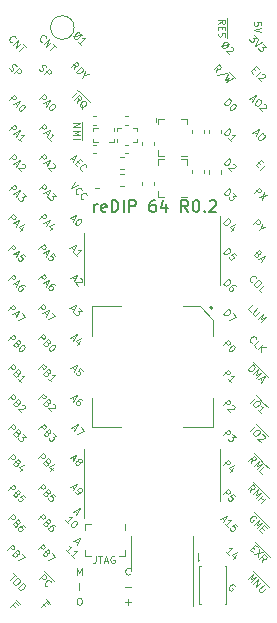
<source format=gbr>
%TF.GenerationSoftware,KiCad,Pcbnew,(5.99.0-10952-g410dbe17de)*%
%TF.CreationDate,2021-06-12T08:48:31+02:00*%
%TF.ProjectId,reDIP-64,72654449-502d-4363-942e-6b696361645f,0.2*%
%TF.SameCoordinates,PX594fc50PY8e9a590*%
%TF.FileFunction,Legend,Top*%
%TF.FilePolarity,Positive*%
%FSLAX46Y46*%
G04 Gerber Fmt 4.6, Leading zero omitted, Abs format (unit mm)*
G04 Created by KiCad (PCBNEW (5.99.0-10952-g410dbe17de)) date 2021-06-12 08:48:31*
%MOMM*%
%LPD*%
G01*
G04 APERTURE LIST*
%ADD10C,0.120000*%
%ADD11C,0.200000*%
G04 APERTURE END LIST*
D10*
X7350000Y49530000D02*
G75*
G03*
X7350000Y49530000I-1000000J0D01*
G01*
X22567055Y48937615D02*
X22829695Y48674975D01*
X22526649Y48654772D01*
X22587258Y48594163D01*
X22607461Y48533554D01*
X22607461Y48493148D01*
X22587258Y48432539D01*
X22486243Y48331523D01*
X22425634Y48311320D01*
X22385228Y48311320D01*
X22324619Y48331523D01*
X22203400Y48452742D01*
X22183197Y48513351D01*
X22183197Y48553757D01*
X22950913Y48553757D02*
X22668071Y47988072D01*
X23233756Y48270914D01*
X23334771Y48169899D02*
X23597411Y47907259D01*
X23294365Y47887056D01*
X23354974Y47826447D01*
X23375177Y47765838D01*
X23375177Y47725432D01*
X23354974Y47664823D01*
X23253959Y47563807D01*
X23193350Y47543604D01*
X23152944Y47543604D01*
X23092335Y47563807D01*
X22971116Y47685026D01*
X22950913Y47745635D01*
X22950913Y47786041D01*
D11*
X9057142Y33907620D02*
X9057142Y34574286D01*
X9057142Y34383810D02*
X9104761Y34479048D01*
X9152380Y34526667D01*
X9247619Y34574286D01*
X9342857Y34574286D01*
X10057142Y33955239D02*
X9961904Y33907620D01*
X9771428Y33907620D01*
X9676190Y33955239D01*
X9628571Y34050477D01*
X9628571Y34431429D01*
X9676190Y34526667D01*
X9771428Y34574286D01*
X9961904Y34574286D01*
X10057142Y34526667D01*
X10104761Y34431429D01*
X10104761Y34336191D01*
X9628571Y34240953D01*
X10533333Y33907620D02*
X10533333Y34907620D01*
X10771428Y34907620D01*
X10914285Y34860000D01*
X11009523Y34764762D01*
X11057142Y34669524D01*
X11104761Y34479048D01*
X11104761Y34336191D01*
X11057142Y34145715D01*
X11009523Y34050477D01*
X10914285Y33955239D01*
X10771428Y33907620D01*
X10533333Y33907620D01*
X11533333Y33907620D02*
X11533333Y34907620D01*
X12009523Y33907620D02*
X12009523Y34907620D01*
X12390476Y34907620D01*
X12485714Y34860000D01*
X12533333Y34812381D01*
X12580952Y34717143D01*
X12580952Y34574286D01*
X12533333Y34479048D01*
X12485714Y34431429D01*
X12390476Y34383810D01*
X12009523Y34383810D01*
X14200000Y34907620D02*
X14009523Y34907620D01*
X13914285Y34860000D01*
X13866666Y34812381D01*
X13771428Y34669524D01*
X13723809Y34479048D01*
X13723809Y34098096D01*
X13771428Y34002858D01*
X13819047Y33955239D01*
X13914285Y33907620D01*
X14104761Y33907620D01*
X14200000Y33955239D01*
X14247619Y34002858D01*
X14295238Y34098096D01*
X14295238Y34336191D01*
X14247619Y34431429D01*
X14200000Y34479048D01*
X14104761Y34526667D01*
X13914285Y34526667D01*
X13819047Y34479048D01*
X13771428Y34431429D01*
X13723809Y34336191D01*
X15152380Y34574286D02*
X15152380Y33907620D01*
X14914285Y34955239D02*
X14676190Y34240953D01*
X15295238Y34240953D01*
X17009523Y33907620D02*
X16676190Y34383810D01*
X16438095Y33907620D02*
X16438095Y34907620D01*
X16819047Y34907620D01*
X16914285Y34860000D01*
X16961904Y34812381D01*
X17009523Y34717143D01*
X17009523Y34574286D01*
X16961904Y34479048D01*
X16914285Y34431429D01*
X16819047Y34383810D01*
X16438095Y34383810D01*
X17628571Y34907620D02*
X17723809Y34907620D01*
X17819047Y34860000D01*
X17866666Y34812381D01*
X17914285Y34717143D01*
X17961904Y34526667D01*
X17961904Y34288572D01*
X17914285Y34098096D01*
X17866666Y34002858D01*
X17819047Y33955239D01*
X17723809Y33907620D01*
X17628571Y33907620D01*
X17533333Y33955239D01*
X17485714Y34002858D01*
X17438095Y34098096D01*
X17390476Y34288572D01*
X17390476Y34526667D01*
X17438095Y34717143D01*
X17485714Y34812381D01*
X17533333Y34860000D01*
X17628571Y34907620D01*
X18390476Y34002858D02*
X18438095Y33955239D01*
X18390476Y33907620D01*
X18342857Y33955239D01*
X18390476Y34002858D01*
X18390476Y33907620D01*
X18819047Y34812381D02*
X18866666Y34860000D01*
X18961904Y34907620D01*
X19200000Y34907620D01*
X19295238Y34860000D01*
X19342857Y34812381D01*
X19390476Y34717143D01*
X19390476Y34621905D01*
X19342857Y34479048D01*
X18771428Y33907620D01*
X19390476Y33907620D01*
D10*
X20983248Y2211016D02*
X20963045Y2271625D01*
X20902436Y2332234D01*
X20821624Y2372640D01*
X20740812Y2372640D01*
X20680203Y2352437D01*
X20579187Y2291828D01*
X20518578Y2231219D01*
X20457969Y2130204D01*
X20437766Y2069594D01*
X20437766Y1988782D01*
X20478172Y1907970D01*
X20518578Y1867564D01*
X20599390Y1827158D01*
X20639796Y1827158D01*
X20781218Y1968579D01*
X20700406Y2049391D01*
X22958375Y38112234D02*
X23099796Y37970813D01*
X22938172Y37687970D02*
X22736142Y37890000D01*
X23160406Y38314265D01*
X23362436Y38112234D01*
X23120000Y37506143D02*
X23544264Y37930407D01*
X22584923Y35551219D02*
X23009187Y35975483D01*
X23170812Y35813858D01*
X23191015Y35753249D01*
X23191015Y35712843D01*
X23170812Y35652234D01*
X23110203Y35591625D01*
X23049593Y35571422D01*
X23009187Y35571422D01*
X22948578Y35591625D01*
X22786954Y35753249D01*
X23393045Y35591625D02*
X23251624Y34884518D01*
X23675888Y35308782D02*
X22968781Y35167361D01*
X19994923Y25291219D02*
X20419187Y25715483D01*
X20520203Y25614468D01*
X20560609Y25533655D01*
X20560609Y25452843D01*
X20540406Y25392234D01*
X20479796Y25291219D01*
X20419187Y25230610D01*
X20318172Y25170000D01*
X20257563Y25149797D01*
X20176751Y25149797D01*
X20095938Y25190204D01*
X19994923Y25291219D01*
X20803045Y25331625D02*
X21085888Y25048782D01*
X20479796Y24806346D01*
X20318000Y50347143D02*
X20318000Y49747143D01*
X19548571Y49861429D02*
X19834285Y50061429D01*
X19548571Y50204286D02*
X20148571Y50204286D01*
X20148571Y49975715D01*
X20120000Y49918572D01*
X20091428Y49890000D01*
X20034285Y49861429D01*
X19948571Y49861429D01*
X19891428Y49890000D01*
X19862857Y49918572D01*
X19834285Y49975715D01*
X19834285Y50204286D01*
X20318000Y49747143D02*
X20318000Y49204286D01*
X19862857Y49604286D02*
X19862857Y49404286D01*
X19548571Y49318572D02*
X19548571Y49604286D01*
X20148571Y49604286D01*
X20148571Y49318572D01*
X20318000Y49204286D02*
X20318000Y48632858D01*
X19577142Y49090000D02*
X19548571Y49004286D01*
X19548571Y48861429D01*
X19577142Y48804286D01*
X19605714Y48775715D01*
X19662857Y48747143D01*
X19720000Y48747143D01*
X19777142Y48775715D01*
X19805714Y48804286D01*
X19834285Y48861429D01*
X19862857Y48975715D01*
X19891428Y49032858D01*
X19920000Y49061429D01*
X19977142Y49090000D01*
X20034285Y49090000D01*
X20091428Y49061429D01*
X20120000Y49032858D01*
X20148571Y48975715D01*
X20148571Y48832858D01*
X20120000Y48747143D01*
X7156243Y23352336D02*
X7358274Y23150305D01*
X6994619Y23271523D02*
X7560304Y23554366D01*
X7277461Y22988681D01*
X7883553Y22948275D02*
X7600710Y22665432D01*
X7944162Y23210914D02*
X7540101Y23008884D01*
X7802741Y22746244D01*
X7106243Y25822336D02*
X7308274Y25620305D01*
X6944619Y25741523D02*
X7510304Y26024366D01*
X7227461Y25458681D01*
X7752741Y25781929D02*
X8015380Y25519290D01*
X7712335Y25499087D01*
X7772944Y25438478D01*
X7793147Y25377868D01*
X7793147Y25337462D01*
X7772944Y25276853D01*
X7671928Y25175838D01*
X7611319Y25155635D01*
X7570913Y25155635D01*
X7510304Y25175838D01*
X7389086Y25297056D01*
X7368883Y25357665D01*
X7368883Y25398072D01*
X7196243Y28412336D02*
X7398274Y28210305D01*
X7034619Y28331523D02*
X7600304Y28614366D01*
X7317461Y28048681D01*
X7822538Y28311320D02*
X7862944Y28311320D01*
X7923553Y28291117D01*
X8024568Y28190102D01*
X8044771Y28129493D01*
X8044771Y28089087D01*
X8024568Y28028478D01*
X7984162Y27988072D01*
X7903350Y27947665D01*
X7418477Y27947665D01*
X7681116Y27685026D01*
X20004923Y38031219D02*
X20429187Y38455483D01*
X20530203Y38354468D01*
X20570609Y38273655D01*
X20570609Y38192843D01*
X20550406Y38132234D01*
X20489796Y38031219D01*
X20429187Y37970610D01*
X20328172Y37910000D01*
X20267563Y37889797D01*
X20186751Y37889797D01*
X20105938Y37930204D01*
X20004923Y38031219D01*
X20792842Y38011016D02*
X20833248Y38011016D01*
X20893857Y37990813D01*
X20994873Y37889797D01*
X21015076Y37829188D01*
X21015076Y37788782D01*
X20994873Y37728173D01*
X20954467Y37687767D01*
X20873654Y37647361D01*
X20388781Y37647361D01*
X20651421Y37384721D01*
X20014923Y35491219D02*
X20439187Y35915483D01*
X20540203Y35814468D01*
X20580609Y35733655D01*
X20580609Y35652843D01*
X20560406Y35592234D01*
X20499796Y35491219D01*
X20439187Y35430610D01*
X20338172Y35370000D01*
X20277563Y35349797D01*
X20196751Y35349797D01*
X20115938Y35390204D01*
X20014923Y35491219D01*
X20823045Y35531625D02*
X21085685Y35268985D01*
X20782639Y35248782D01*
X20843248Y35188173D01*
X20863451Y35127564D01*
X20863451Y35087158D01*
X20843248Y35026549D01*
X20742233Y34925533D01*
X20681624Y34905330D01*
X20641218Y34905330D01*
X20580609Y34925533D01*
X20459390Y35046752D01*
X20439187Y35107361D01*
X20439187Y35147767D01*
X22556345Y46034265D02*
X22697766Y45892843D01*
X22536142Y45610000D02*
X22334111Y45812031D01*
X22758375Y46236295D01*
X22960406Y46034265D01*
X22717969Y45428173D02*
X23142233Y45852437D01*
X23283654Y45630204D02*
X23324061Y45630204D01*
X23384670Y45610000D01*
X23485685Y45508985D01*
X23505888Y45448376D01*
X23505888Y45407970D01*
X23485685Y45347361D01*
X23445279Y45306955D01*
X23364467Y45266549D01*
X22879593Y45266549D01*
X23142233Y45003909D01*
X19954923Y22671219D02*
X20379187Y23095483D01*
X20540812Y22933858D01*
X20561015Y22873249D01*
X20561015Y22832843D01*
X20540812Y22772234D01*
X20480203Y22711625D01*
X20419593Y22691422D01*
X20379187Y22691422D01*
X20318578Y22711625D01*
X20156954Y22873249D01*
X20884264Y22590407D02*
X20924670Y22550000D01*
X20944873Y22489391D01*
X20944873Y22448985D01*
X20924670Y22388376D01*
X20864061Y22287361D01*
X20763045Y22186346D01*
X20662030Y22125736D01*
X20601421Y22105533D01*
X20561015Y22105533D01*
X20500406Y22125736D01*
X20460000Y22166143D01*
X20439796Y22226752D01*
X20439796Y22267158D01*
X20460000Y22327767D01*
X20520609Y22428782D01*
X20621624Y22529797D01*
X20722639Y22590407D01*
X20783248Y22610610D01*
X20823654Y22610610D01*
X20884264Y22590407D01*
X22294720Y25461422D02*
X22092690Y25663452D01*
X22516954Y26087716D01*
X22860406Y25744265D02*
X22516954Y25400813D01*
X22496751Y25340204D01*
X22496751Y25299797D01*
X22516954Y25239188D01*
X22597766Y25158376D01*
X22658375Y25138173D01*
X22698781Y25138173D01*
X22759390Y25158376D01*
X23102842Y25501828D01*
X22880609Y24875533D02*
X23304873Y25299797D01*
X23143248Y24855330D01*
X23587715Y25016955D01*
X23163451Y24592691D01*
X19864213Y7994366D02*
X20066243Y7792336D01*
X19702588Y7913554D02*
X20268274Y8196397D01*
X19985431Y7630711D01*
X20349086Y7267056D02*
X20106649Y7509493D01*
X20227867Y7388275D02*
X20652132Y7812539D01*
X20551116Y7792336D01*
X20470304Y7792336D01*
X20409695Y7812539D01*
X21157208Y7307462D02*
X20955177Y7509493D01*
X20732944Y7327665D01*
X20773350Y7327665D01*
X20833959Y7307462D01*
X20934974Y7206447D01*
X20955177Y7145838D01*
X20955177Y7105432D01*
X20934974Y7044823D01*
X20833959Y6943807D01*
X20773350Y6923604D01*
X20732944Y6923604D01*
X20672335Y6943807D01*
X20571319Y7044823D01*
X20551116Y7105432D01*
X20551116Y7145838D01*
X19944923Y15071219D02*
X20369187Y15495483D01*
X20530812Y15333858D01*
X20551015Y15273249D01*
X20551015Y15232843D01*
X20530812Y15172234D01*
X20470203Y15111625D01*
X20409593Y15091422D01*
X20369187Y15091422D01*
X20308578Y15111625D01*
X20146954Y15273249D01*
X20753045Y15111625D02*
X21015685Y14848985D01*
X20712639Y14828782D01*
X20773248Y14768173D01*
X20793451Y14707564D01*
X20793451Y14667158D01*
X20773248Y14606549D01*
X20672233Y14505533D01*
X20611624Y14485330D01*
X20571218Y14485330D01*
X20510609Y14505533D01*
X20389390Y14626752D01*
X20369187Y14687361D01*
X20369187Y14727767D01*
X19924923Y12521219D02*
X20349187Y12945483D01*
X20510812Y12783858D01*
X20531015Y12723249D01*
X20531015Y12682843D01*
X20510812Y12622234D01*
X20450203Y12561625D01*
X20389593Y12541422D01*
X20349187Y12541422D01*
X20288578Y12561625D01*
X20126954Y12723249D01*
X20813857Y12197970D02*
X20531015Y11915127D01*
X20874467Y12460610D02*
X20470406Y12258579D01*
X20733045Y11995939D01*
X19944923Y20141219D02*
X20369187Y20565483D01*
X20530812Y20403858D01*
X20551015Y20343249D01*
X20551015Y20302843D01*
X20530812Y20242234D01*
X20470203Y20181625D01*
X20409593Y20161422D01*
X20369187Y20161422D01*
X20308578Y20181625D01*
X20146954Y20343249D01*
X20591421Y19494721D02*
X20348984Y19737158D01*
X20470203Y19615939D02*
X20894467Y20040204D01*
X20793451Y20020000D01*
X20712639Y20020000D01*
X20652030Y20040204D01*
X20427258Y4908884D02*
X20184822Y5151320D01*
X20306040Y5030102D02*
X20730304Y5454366D01*
X20629289Y5434163D01*
X20548477Y5434163D01*
X20487867Y5454366D01*
X21073756Y4828072D02*
X20790913Y4545229D01*
X21134365Y5090711D02*
X20730304Y4888681D01*
X20992944Y4626041D01*
X19924923Y10041219D02*
X20349187Y10465483D01*
X20510812Y10303858D01*
X20531015Y10243249D01*
X20531015Y10202843D01*
X20510812Y10142234D01*
X20450203Y10081625D01*
X20389593Y10061422D01*
X20349187Y10061422D01*
X20288578Y10081625D01*
X20126954Y10243249D01*
X20975482Y9839188D02*
X20773451Y10041219D01*
X20551218Y9859391D01*
X20591624Y9859391D01*
X20652233Y9839188D01*
X20753248Y9738173D01*
X20773451Y9677564D01*
X20773451Y9637158D01*
X20753248Y9576549D01*
X20652233Y9475533D01*
X20591624Y9455330D01*
X20551218Y9455330D01*
X20490609Y9475533D01*
X20389593Y9576549D01*
X20369390Y9637158D01*
X20369390Y9677564D01*
X23138571Y49714286D02*
X23138571Y50000000D01*
X22852857Y50028572D01*
X22881428Y50000000D01*
X22910000Y49942858D01*
X22910000Y49800000D01*
X22881428Y49742858D01*
X22852857Y49714286D01*
X22795714Y49685715D01*
X22652857Y49685715D01*
X22595714Y49714286D01*
X22567142Y49742858D01*
X22538571Y49800000D01*
X22538571Y49942858D01*
X22567142Y50000000D01*
X22595714Y50028572D01*
X23138571Y49514286D02*
X22538571Y49314286D01*
X23138571Y49114286D01*
X7124213Y38494366D02*
X7326243Y38292336D01*
X6962588Y38413554D02*
X7528274Y38696397D01*
X7245431Y38130711D01*
X7609086Y38211523D02*
X7750507Y38070102D01*
X7588883Y37787259D02*
X7386852Y37989290D01*
X7811116Y38413554D01*
X8013147Y38211523D01*
X8053553Y37403401D02*
X8013147Y37403401D01*
X7932335Y37443807D01*
X7891928Y37484214D01*
X7851522Y37565026D01*
X7851522Y37645838D01*
X7871725Y37706447D01*
X7932335Y37807462D01*
X7992944Y37868072D01*
X8093959Y37928681D01*
X8154568Y37948884D01*
X8235380Y37948884D01*
X8316193Y37908478D01*
X8356599Y37868072D01*
X8397005Y37787259D01*
X8397005Y37746853D01*
X7456788Y6094856D02*
X7658819Y5892826D01*
X7295164Y6014044D02*
X7860849Y6296887D01*
X7578007Y5731201D01*
X6894942Y5048136D02*
X6652505Y5290573D01*
X6773723Y5169355D02*
X7197987Y5593619D01*
X7096972Y5573416D01*
X7016160Y5573416D01*
X6955551Y5593619D01*
X7299003Y4644075D02*
X7056566Y4886512D01*
X7177784Y4765294D02*
X7602048Y5189558D01*
X7501033Y5169355D01*
X7420221Y5169355D01*
X7359612Y5189558D01*
X7256243Y15722336D02*
X7458274Y15520305D01*
X7094619Y15641523D02*
X7660304Y15924366D01*
X7377461Y15358681D01*
X7902741Y15681929D02*
X8185583Y15399087D01*
X7579492Y15156650D01*
X7186243Y20752336D02*
X7388274Y20550305D01*
X7024619Y20671523D02*
X7590304Y20954366D01*
X7307461Y20388681D01*
X8075177Y20469493D02*
X7873147Y20671523D01*
X7650913Y20489696D01*
X7691319Y20489696D01*
X7751928Y20469493D01*
X7852944Y20368478D01*
X7873147Y20307868D01*
X7873147Y20267462D01*
X7852944Y20206853D01*
X7751928Y20105838D01*
X7691319Y20085635D01*
X7650913Y20085635D01*
X7590304Y20105838D01*
X7489289Y20206853D01*
X7469086Y20267462D01*
X7469086Y20307868D01*
X7146243Y13152336D02*
X7348274Y12950305D01*
X6984619Y13071523D02*
X7550304Y13354366D01*
X7267461Y12788681D01*
X7711928Y12829087D02*
X7691725Y12889696D01*
X7691725Y12930102D01*
X7711928Y12990711D01*
X7732132Y13010914D01*
X7792741Y13031117D01*
X7833147Y13031117D01*
X7893756Y13010914D01*
X7974568Y12930102D01*
X7994771Y12869493D01*
X7994771Y12829087D01*
X7974568Y12768478D01*
X7954365Y12748275D01*
X7893756Y12728072D01*
X7853350Y12728072D01*
X7792741Y12748275D01*
X7711928Y12829087D01*
X7651319Y12849290D01*
X7610913Y12849290D01*
X7550304Y12829087D01*
X7469492Y12748275D01*
X7449289Y12687665D01*
X7449289Y12647259D01*
X7469492Y12586650D01*
X7550304Y12505838D01*
X7610913Y12485635D01*
X7651319Y12485635D01*
X7711928Y12505838D01*
X7792741Y12586650D01*
X7812944Y12647259D01*
X7812944Y12687665D01*
X7792741Y12748275D01*
X4333096Y30773046D02*
X4757360Y31197310D01*
X4918984Y31035686D01*
X4939187Y30975077D01*
X4939187Y30934671D01*
X4918984Y30874062D01*
X4858375Y30813452D01*
X4797766Y30793249D01*
X4757360Y30793249D01*
X4696751Y30813452D01*
X4535126Y30975077D01*
X4858375Y30490204D02*
X5060406Y30288173D01*
X4696751Y30409391D02*
X5262436Y30692234D01*
X4979593Y30126549D01*
X5747309Y30207361D02*
X5545279Y30409391D01*
X5323045Y30227564D01*
X5363451Y30227564D01*
X5424061Y30207361D01*
X5525076Y30106346D01*
X5545279Y30045736D01*
X5545279Y30005330D01*
X5525076Y29944721D01*
X5424061Y29843706D01*
X5363451Y29823503D01*
X5323045Y29823503D01*
X5262436Y29843706D01*
X5161421Y29944721D01*
X5141218Y30005330D01*
X5141218Y30045736D01*
X4364923Y46051625D02*
X4405329Y45970813D01*
X4506345Y45869797D01*
X4566954Y45849594D01*
X4607360Y45849594D01*
X4667969Y45869797D01*
X4708375Y45910204D01*
X4728578Y45970813D01*
X4728578Y46011219D01*
X4708375Y46071828D01*
X4647766Y46172843D01*
X4627563Y46233452D01*
X4627563Y46273858D01*
X4647766Y46334468D01*
X4688172Y46374874D01*
X4748781Y46395077D01*
X4789187Y46395077D01*
X4849796Y46374874D01*
X4950812Y46273858D01*
X4991218Y46193046D01*
X4768984Y45607158D02*
X5193248Y46031422D01*
X5354873Y45869797D01*
X5375076Y45809188D01*
X5375076Y45768782D01*
X5354873Y45708173D01*
X5294264Y45647564D01*
X5233654Y45627361D01*
X5193248Y45627361D01*
X5132639Y45647564D01*
X4971015Y45809188D01*
X4333096Y28243046D02*
X4757360Y28667310D01*
X4918984Y28505686D01*
X4939187Y28445077D01*
X4939187Y28404671D01*
X4918984Y28344062D01*
X4858375Y28283452D01*
X4797766Y28263249D01*
X4757360Y28263249D01*
X4696751Y28283452D01*
X4535126Y28445077D01*
X4858375Y27960204D02*
X5060406Y27758173D01*
X4696751Y27879391D02*
X5262436Y28162234D01*
X4979593Y27596549D01*
X5727106Y27697564D02*
X5646294Y27778376D01*
X5585685Y27798579D01*
X5545279Y27798579D01*
X5444264Y27778376D01*
X5343248Y27717767D01*
X5181624Y27556143D01*
X5161421Y27495533D01*
X5161421Y27455127D01*
X5181624Y27394518D01*
X5262436Y27313706D01*
X5323045Y27293503D01*
X5363451Y27293503D01*
X5424061Y27313706D01*
X5525076Y27414721D01*
X5545279Y27475330D01*
X5545279Y27515736D01*
X5525076Y27576346D01*
X5444264Y27657158D01*
X5383654Y27677361D01*
X5343248Y27677361D01*
X5282639Y27657158D01*
X4383096Y35863046D02*
X4807360Y36287310D01*
X4968984Y36125686D01*
X4989187Y36065077D01*
X4989187Y36024671D01*
X4968984Y35964062D01*
X4908375Y35903452D01*
X4847766Y35883249D01*
X4807360Y35883249D01*
X4746751Y35903452D01*
X4585126Y36065077D01*
X4908375Y35580204D02*
X5110406Y35378173D01*
X4746751Y35499391D02*
X5312436Y35782234D01*
X5029593Y35216549D01*
X5554873Y35539797D02*
X5817512Y35277158D01*
X5514467Y35256955D01*
X5575076Y35196346D01*
X5595279Y35135736D01*
X5595279Y35095330D01*
X5575076Y35034721D01*
X5474061Y34933706D01*
X5413451Y34913503D01*
X5373045Y34913503D01*
X5312436Y34933706D01*
X5191218Y35054924D01*
X5171015Y35115533D01*
X5171015Y35155939D01*
X4343096Y33353046D02*
X4767360Y33777310D01*
X4928984Y33615686D01*
X4949187Y33555077D01*
X4949187Y33514671D01*
X4928984Y33454062D01*
X4868375Y33393452D01*
X4807766Y33373249D01*
X4767360Y33373249D01*
X4706751Y33393452D01*
X4545126Y33555077D01*
X4868375Y33070204D02*
X5070406Y32868173D01*
X4706751Y32989391D02*
X5272436Y33272234D01*
X4989593Y32706549D01*
X5595685Y32666143D02*
X5312842Y32383300D01*
X5656294Y32928782D02*
X5252233Y32726752D01*
X5514873Y32464112D01*
X4625938Y48341016D02*
X4585532Y48341016D01*
X4504720Y48381422D01*
X4464314Y48421828D01*
X4423908Y48502640D01*
X4423908Y48583452D01*
X4444111Y48644062D01*
X4504720Y48745077D01*
X4565329Y48805686D01*
X4666345Y48866295D01*
X4726954Y48886498D01*
X4807766Y48886498D01*
X4888578Y48846092D01*
X4928984Y48805686D01*
X4969390Y48724874D01*
X4969390Y48684468D01*
X4767360Y48118782D02*
X5191624Y48543046D01*
X5009796Y47876346D01*
X5434061Y48300610D01*
X5575482Y48159188D02*
X5817918Y47916752D01*
X5272436Y47613706D02*
X5696700Y48037970D01*
X4373096Y38413046D02*
X4797360Y38837310D01*
X4958984Y38675686D01*
X4979187Y38615077D01*
X4979187Y38574671D01*
X4958984Y38514062D01*
X4898375Y38453452D01*
X4837766Y38433249D01*
X4797360Y38433249D01*
X4736751Y38453452D01*
X4575126Y38615077D01*
X4898375Y38130204D02*
X5100406Y37928173D01*
X4736751Y38049391D02*
X5302436Y38332234D01*
X5019593Y37766549D01*
X5524670Y38029188D02*
X5565076Y38029188D01*
X5625685Y38008985D01*
X5726700Y37907970D01*
X5746903Y37847361D01*
X5746903Y37806955D01*
X5726700Y37746346D01*
X5686294Y37705939D01*
X5605482Y37665533D01*
X5120609Y37665533D01*
X5383248Y37402894D01*
X4363096Y43473046D02*
X4787360Y43897310D01*
X4948984Y43735686D01*
X4969187Y43675077D01*
X4969187Y43634671D01*
X4948984Y43574062D01*
X4888375Y43513452D01*
X4827766Y43493249D01*
X4787360Y43493249D01*
X4726751Y43513452D01*
X4565126Y43675077D01*
X4888375Y43190204D02*
X5090406Y42988173D01*
X4726751Y43109391D02*
X5292436Y43392234D01*
X5009593Y42826549D01*
X5656091Y43028579D02*
X5696497Y42988173D01*
X5716700Y42927564D01*
X5716700Y42887158D01*
X5696497Y42826549D01*
X5635888Y42725533D01*
X5534873Y42624518D01*
X5433857Y42563909D01*
X5373248Y42543706D01*
X5332842Y42543706D01*
X5272233Y42563909D01*
X5231827Y42604315D01*
X5211624Y42664924D01*
X5211624Y42705330D01*
X5231827Y42765939D01*
X5292436Y42866955D01*
X5393451Y42967970D01*
X5494467Y43028579D01*
X5555076Y43048782D01*
X5595482Y43048782D01*
X5656091Y43028579D01*
X4373096Y40943046D02*
X4797360Y41367310D01*
X4958984Y41205686D01*
X4979187Y41145077D01*
X4979187Y41104671D01*
X4958984Y41044062D01*
X4898375Y40983452D01*
X4837766Y40963249D01*
X4797360Y40963249D01*
X4736751Y40983452D01*
X4575126Y41145077D01*
X4898375Y40660204D02*
X5100406Y40458173D01*
X4736751Y40579391D02*
X5302436Y40862234D01*
X5019593Y40296549D01*
X5383248Y39932894D02*
X5140812Y40175330D01*
X5262030Y40054112D02*
X5686294Y40478376D01*
X5585279Y40458173D01*
X5504467Y40458173D01*
X5443857Y40478376D01*
X4303096Y25693046D02*
X4727360Y26117310D01*
X4888984Y25955686D01*
X4909187Y25895077D01*
X4909187Y25854671D01*
X4888984Y25794062D01*
X4828375Y25733452D01*
X4767766Y25713249D01*
X4727360Y25713249D01*
X4666751Y25733452D01*
X4505126Y25895077D01*
X4828375Y25410204D02*
X5030406Y25208173D01*
X4666751Y25329391D02*
X5232436Y25612234D01*
X4949593Y25046549D01*
X5474873Y25369797D02*
X5757715Y25086955D01*
X5151624Y24844518D01*
X4797875Y3476404D02*
X5222139Y3052140D01*
X4354822Y2831320D02*
X4779086Y3255584D01*
X4940710Y3093960D01*
X4960913Y3033351D01*
X4960913Y2992945D01*
X4940710Y2932336D01*
X4880101Y2871726D01*
X4819492Y2851523D01*
X4779086Y2851523D01*
X4718477Y2871726D01*
X4556852Y3033351D01*
X5222139Y3052140D02*
X5646403Y2627876D01*
X5061928Y2205026D02*
X5021522Y2205026D01*
X4940710Y2245432D01*
X4900304Y2285838D01*
X4859898Y2366650D01*
X4859898Y2447462D01*
X4880101Y2508072D01*
X4940710Y2609087D01*
X5001319Y2669696D01*
X5102335Y2730305D01*
X5162944Y2750508D01*
X5243756Y2750508D01*
X5324568Y2710102D01*
X5364974Y2669696D01*
X5405380Y2588884D01*
X5405380Y2548478D01*
X4960311Y1123967D02*
X5323966Y760312D01*
X4880913Y559696D02*
X4739492Y701117D01*
X4517258Y478884D02*
X4941522Y903148D01*
X5143553Y701117D01*
X4282791Y10463351D02*
X4707055Y10887615D01*
X4868680Y10725991D01*
X4888883Y10665381D01*
X4888883Y10624975D01*
X4868680Y10564366D01*
X4808071Y10503757D01*
X4747461Y10483554D01*
X4707055Y10483554D01*
X4646446Y10503757D01*
X4484822Y10665381D01*
X5070710Y10119899D02*
X5111116Y10039087D01*
X5111116Y9998681D01*
X5090913Y9938072D01*
X5030304Y9877462D01*
X4969695Y9857259D01*
X4929289Y9857259D01*
X4868680Y9877462D01*
X4707055Y10039087D01*
X5131319Y10463351D01*
X5272741Y10321929D01*
X5292944Y10261320D01*
X5292944Y10220914D01*
X5272741Y10160305D01*
X5232335Y10119899D01*
X5171725Y10099696D01*
X5131319Y10099696D01*
X5070710Y10119899D01*
X4929289Y10261320D01*
X5757614Y9837056D02*
X5555583Y10039087D01*
X5333350Y9857259D01*
X5373756Y9857259D01*
X5434365Y9837056D01*
X5535380Y9736041D01*
X5555583Y9675432D01*
X5555583Y9635026D01*
X5535380Y9574417D01*
X5434365Y9473401D01*
X5373756Y9453198D01*
X5333350Y9453198D01*
X5272741Y9473401D01*
X5171725Y9574417D01*
X5151522Y9635026D01*
X5151522Y9675432D01*
X4282791Y7933351D02*
X4707055Y8357615D01*
X4868680Y8195991D01*
X4888883Y8135381D01*
X4888883Y8094975D01*
X4868680Y8034366D01*
X4808071Y7973757D01*
X4747461Y7953554D01*
X4707055Y7953554D01*
X4646446Y7973757D01*
X4484822Y8135381D01*
X5070710Y7589899D02*
X5111116Y7509087D01*
X5111116Y7468681D01*
X5090913Y7408072D01*
X5030304Y7347462D01*
X4969695Y7327259D01*
X4929289Y7327259D01*
X4868680Y7347462D01*
X4707055Y7509087D01*
X5131319Y7933351D01*
X5272741Y7791929D01*
X5292944Y7731320D01*
X5292944Y7690914D01*
X5272741Y7630305D01*
X5232335Y7589899D01*
X5171725Y7569696D01*
X5131319Y7569696D01*
X5070710Y7589899D01*
X4929289Y7731320D01*
X5737411Y7327259D02*
X5656599Y7408072D01*
X5595990Y7428275D01*
X5555583Y7428275D01*
X5454568Y7408072D01*
X5353553Y7347462D01*
X5191928Y7185838D01*
X5171725Y7125229D01*
X5171725Y7084823D01*
X5191928Y7024214D01*
X5272741Y6943401D01*
X5333350Y6923198D01*
X5373756Y6923198D01*
X5434365Y6943401D01*
X5535380Y7044417D01*
X5555583Y7105026D01*
X5555583Y7145432D01*
X5535380Y7206041D01*
X5454568Y7286853D01*
X5393959Y7307056D01*
X5353553Y7307056D01*
X5292944Y7286853D01*
X4332791Y15553351D02*
X4757055Y15977615D01*
X4918680Y15815991D01*
X4938883Y15755381D01*
X4938883Y15714975D01*
X4918680Y15654366D01*
X4858071Y15593757D01*
X4797461Y15573554D01*
X4757055Y15573554D01*
X4696446Y15593757D01*
X4534822Y15755381D01*
X5120710Y15209899D02*
X5161116Y15129087D01*
X5161116Y15088681D01*
X5140913Y15028072D01*
X5080304Y14967462D01*
X5019695Y14947259D01*
X4979289Y14947259D01*
X4918680Y14967462D01*
X4757055Y15129087D01*
X5181319Y15553351D01*
X5322741Y15411929D01*
X5342944Y15351320D01*
X5342944Y15310914D01*
X5322741Y15250305D01*
X5282335Y15209899D01*
X5221725Y15189696D01*
X5181319Y15189696D01*
X5120710Y15209899D01*
X4979289Y15351320D01*
X5565177Y15169493D02*
X5827817Y14906853D01*
X5524771Y14886650D01*
X5585380Y14826041D01*
X5605583Y14765432D01*
X5605583Y14725026D01*
X5585380Y14664417D01*
X5484365Y14563401D01*
X5423756Y14543198D01*
X5383350Y14543198D01*
X5322741Y14563401D01*
X5201522Y14684620D01*
X5181319Y14745229D01*
X5181319Y14785635D01*
X4292791Y13043351D02*
X4717055Y13467615D01*
X4878680Y13305991D01*
X4898883Y13245381D01*
X4898883Y13204975D01*
X4878680Y13144366D01*
X4818071Y13083757D01*
X4757461Y13063554D01*
X4717055Y13063554D01*
X4656446Y13083757D01*
X4494822Y13245381D01*
X5080710Y12699899D02*
X5121116Y12619087D01*
X5121116Y12578681D01*
X5100913Y12518072D01*
X5040304Y12457462D01*
X4979695Y12437259D01*
X4939289Y12437259D01*
X4878680Y12457462D01*
X4717055Y12619087D01*
X5141319Y13043351D01*
X5282741Y12901929D01*
X5302944Y12841320D01*
X5302944Y12800914D01*
X5282741Y12740305D01*
X5242335Y12699899D01*
X5181725Y12679696D01*
X5141319Y12679696D01*
X5080710Y12699899D01*
X4939289Y12841320D01*
X5605990Y12295838D02*
X5323147Y12012995D01*
X5666599Y12558478D02*
X5262538Y12356447D01*
X5525177Y12093807D01*
X4322791Y18103351D02*
X4747055Y18527615D01*
X4908680Y18365991D01*
X4928883Y18305381D01*
X4928883Y18264975D01*
X4908680Y18204366D01*
X4848071Y18143757D01*
X4787461Y18123554D01*
X4747055Y18123554D01*
X4686446Y18143757D01*
X4524822Y18305381D01*
X5110710Y17759899D02*
X5151116Y17679087D01*
X5151116Y17638681D01*
X5130913Y17578072D01*
X5070304Y17517462D01*
X5009695Y17497259D01*
X4969289Y17497259D01*
X4908680Y17517462D01*
X4747055Y17679087D01*
X5171319Y18103351D01*
X5312741Y17961929D01*
X5332944Y17901320D01*
X5332944Y17860914D01*
X5312741Y17800305D01*
X5272335Y17759899D01*
X5211725Y17739696D01*
X5171319Y17739696D01*
X5110710Y17759899D01*
X4969289Y17901320D01*
X5534974Y17658884D02*
X5575380Y17658884D01*
X5635990Y17638681D01*
X5737005Y17537665D01*
X5757208Y17477056D01*
X5757208Y17436650D01*
X5737005Y17376041D01*
X5696599Y17335635D01*
X5615786Y17295229D01*
X5130913Y17295229D01*
X5393553Y17032589D01*
X4312791Y23163351D02*
X4737055Y23587615D01*
X4898680Y23425991D01*
X4918883Y23365381D01*
X4918883Y23324975D01*
X4898680Y23264366D01*
X4838071Y23203757D01*
X4777461Y23183554D01*
X4737055Y23183554D01*
X4676446Y23203757D01*
X4514822Y23365381D01*
X5100710Y22819899D02*
X5141116Y22739087D01*
X5141116Y22698681D01*
X5120913Y22638072D01*
X5060304Y22577462D01*
X4999695Y22557259D01*
X4959289Y22557259D01*
X4898680Y22577462D01*
X4737055Y22739087D01*
X5161319Y23163351D01*
X5302741Y23021929D01*
X5322944Y22961320D01*
X5322944Y22920914D01*
X5302741Y22860305D01*
X5262335Y22819899D01*
X5201725Y22799696D01*
X5161319Y22799696D01*
X5100710Y22819899D01*
X4959289Y22961320D01*
X5666396Y22658275D02*
X5706802Y22617868D01*
X5727005Y22557259D01*
X5727005Y22516853D01*
X5706802Y22456244D01*
X5646193Y22355229D01*
X5545177Y22254214D01*
X5444162Y22193604D01*
X5383553Y22173401D01*
X5343147Y22173401D01*
X5282538Y22193604D01*
X5242132Y22234010D01*
X5221928Y22294620D01*
X5221928Y22335026D01*
X5242132Y22395635D01*
X5302741Y22496650D01*
X5403756Y22597665D01*
X5504771Y22658275D01*
X5565380Y22678478D01*
X5605786Y22678478D01*
X5666396Y22658275D01*
X4322791Y20633351D02*
X4747055Y21057615D01*
X4908680Y20895991D01*
X4928883Y20835381D01*
X4928883Y20794975D01*
X4908680Y20734366D01*
X4848071Y20673757D01*
X4787461Y20653554D01*
X4747055Y20653554D01*
X4686446Y20673757D01*
X4524822Y20835381D01*
X5110710Y20289899D02*
X5151116Y20209087D01*
X5151116Y20168681D01*
X5130913Y20108072D01*
X5070304Y20047462D01*
X5009695Y20027259D01*
X4969289Y20027259D01*
X4908680Y20047462D01*
X4747055Y20209087D01*
X5171319Y20633351D01*
X5312741Y20491929D01*
X5332944Y20431320D01*
X5332944Y20390914D01*
X5312741Y20330305D01*
X5272335Y20289899D01*
X5211725Y20269696D01*
X5171319Y20269696D01*
X5110710Y20289899D01*
X4969289Y20431320D01*
X5393553Y19562589D02*
X5151116Y19805026D01*
X5272335Y19683807D02*
X5696599Y20108072D01*
X5595583Y20087868D01*
X5514771Y20087868D01*
X5454162Y20108072D01*
X4252791Y5383351D02*
X4677055Y5807615D01*
X4838680Y5645991D01*
X4858883Y5585381D01*
X4858883Y5544975D01*
X4838680Y5484366D01*
X4778071Y5423757D01*
X4717461Y5403554D01*
X4677055Y5403554D01*
X4616446Y5423757D01*
X4454822Y5585381D01*
X5040710Y5039899D02*
X5081116Y4959087D01*
X5081116Y4918681D01*
X5060913Y4858072D01*
X5000304Y4797462D01*
X4939695Y4777259D01*
X4899289Y4777259D01*
X4838680Y4797462D01*
X4677055Y4959087D01*
X5101319Y5383351D01*
X5242741Y5241929D01*
X5262944Y5181320D01*
X5262944Y5140914D01*
X5242741Y5080305D01*
X5202335Y5039899D01*
X5141725Y5019696D01*
X5101319Y5019696D01*
X5040710Y5039899D01*
X4899289Y5181320D01*
X5485177Y4999493D02*
X5768020Y4716650D01*
X5161928Y4474214D01*
X1732791Y12993351D02*
X2157055Y13417615D01*
X2318680Y13255991D01*
X2338883Y13195381D01*
X2338883Y13154975D01*
X2318680Y13094366D01*
X2258071Y13033757D01*
X2197461Y13013554D01*
X2157055Y13013554D01*
X2096446Y13033757D01*
X1934822Y13195381D01*
X2520710Y12649899D02*
X2561116Y12569087D01*
X2561116Y12528681D01*
X2540913Y12468072D01*
X2480304Y12407462D01*
X2419695Y12387259D01*
X2379289Y12387259D01*
X2318680Y12407462D01*
X2157055Y12569087D01*
X2581319Y12993351D01*
X2722741Y12851929D01*
X2742944Y12791320D01*
X2742944Y12750914D01*
X2722741Y12690305D01*
X2682335Y12649899D01*
X2621725Y12629696D01*
X2581319Y12629696D01*
X2520710Y12649899D01*
X2379289Y12791320D01*
X3045990Y12245838D02*
X2763147Y11962995D01*
X3106599Y12508478D02*
X2702538Y12306447D01*
X2965177Y12043807D01*
X1762791Y18053351D02*
X2187055Y18477615D01*
X2348680Y18315991D01*
X2368883Y18255381D01*
X2368883Y18214975D01*
X2348680Y18154366D01*
X2288071Y18093757D01*
X2227461Y18073554D01*
X2187055Y18073554D01*
X2126446Y18093757D01*
X1964822Y18255381D01*
X2550710Y17709899D02*
X2591116Y17629087D01*
X2591116Y17588681D01*
X2570913Y17528072D01*
X2510304Y17467462D01*
X2449695Y17447259D01*
X2409289Y17447259D01*
X2348680Y17467462D01*
X2187055Y17629087D01*
X2611319Y18053351D01*
X2752741Y17911929D01*
X2772944Y17851320D01*
X2772944Y17810914D01*
X2752741Y17750305D01*
X2712335Y17709899D01*
X2651725Y17689696D01*
X2611319Y17689696D01*
X2550710Y17709899D01*
X2409289Y17851320D01*
X2974974Y17608884D02*
X3015380Y17608884D01*
X3075990Y17588681D01*
X3177005Y17487665D01*
X3197208Y17427056D01*
X3197208Y17386650D01*
X3177005Y17326041D01*
X3136599Y17285635D01*
X3055786Y17245229D01*
X2570913Y17245229D01*
X2833553Y16982589D01*
X1692791Y5333351D02*
X2117055Y5757615D01*
X2278680Y5595991D01*
X2298883Y5535381D01*
X2298883Y5494975D01*
X2278680Y5434366D01*
X2218071Y5373757D01*
X2157461Y5353554D01*
X2117055Y5353554D01*
X2056446Y5373757D01*
X1894822Y5535381D01*
X2480710Y4989899D02*
X2521116Y4909087D01*
X2521116Y4868681D01*
X2500913Y4808072D01*
X2440304Y4747462D01*
X2379695Y4727259D01*
X2339289Y4727259D01*
X2278680Y4747462D01*
X2117055Y4909087D01*
X2541319Y5333351D01*
X2682741Y5191929D01*
X2702944Y5131320D01*
X2702944Y5090914D01*
X2682741Y5030305D01*
X2642335Y4989899D01*
X2581725Y4969696D01*
X2541319Y4969696D01*
X2480710Y4989899D01*
X2339289Y5131320D01*
X2925177Y4949493D02*
X3208020Y4666650D01*
X2601928Y4424214D01*
X1752791Y23113351D02*
X2177055Y23537615D01*
X2338680Y23375991D01*
X2358883Y23315381D01*
X2358883Y23274975D01*
X2338680Y23214366D01*
X2278071Y23153757D01*
X2217461Y23133554D01*
X2177055Y23133554D01*
X2116446Y23153757D01*
X1954822Y23315381D01*
X2540710Y22769899D02*
X2581116Y22689087D01*
X2581116Y22648681D01*
X2560913Y22588072D01*
X2500304Y22527462D01*
X2439695Y22507259D01*
X2399289Y22507259D01*
X2338680Y22527462D01*
X2177055Y22689087D01*
X2601319Y23113351D01*
X2742741Y22971929D01*
X2762944Y22911320D01*
X2762944Y22870914D01*
X2742741Y22810305D01*
X2702335Y22769899D01*
X2641725Y22749696D01*
X2601319Y22749696D01*
X2540710Y22769899D01*
X2399289Y22911320D01*
X3106396Y22608275D02*
X3146802Y22567868D01*
X3167005Y22507259D01*
X3167005Y22466853D01*
X3146802Y22406244D01*
X3086193Y22305229D01*
X2985177Y22204214D01*
X2884162Y22143604D01*
X2823553Y22123401D01*
X2783147Y22123401D01*
X2722538Y22143604D01*
X2682132Y22184010D01*
X2661928Y22244620D01*
X2661928Y22285026D01*
X2682132Y22345635D01*
X2742741Y22446650D01*
X2843756Y22547665D01*
X2944771Y22608275D01*
X3005380Y22628478D01*
X3045786Y22628478D01*
X3106396Y22608275D01*
X1762791Y20583351D02*
X2187055Y21007615D01*
X2348680Y20845991D01*
X2368883Y20785381D01*
X2368883Y20744975D01*
X2348680Y20684366D01*
X2288071Y20623757D01*
X2227461Y20603554D01*
X2187055Y20603554D01*
X2126446Y20623757D01*
X1964822Y20785381D01*
X2550710Y20239899D02*
X2591116Y20159087D01*
X2591116Y20118681D01*
X2570913Y20058072D01*
X2510304Y19997462D01*
X2449695Y19977259D01*
X2409289Y19977259D01*
X2348680Y19997462D01*
X2187055Y20159087D01*
X2611319Y20583351D01*
X2752741Y20441929D01*
X2772944Y20381320D01*
X2772944Y20340914D01*
X2752741Y20280305D01*
X2712335Y20239899D01*
X2651725Y20219696D01*
X2611319Y20219696D01*
X2550710Y20239899D01*
X2409289Y20381320D01*
X2833553Y19512589D02*
X2591116Y19755026D01*
X2712335Y19633807D02*
X3136599Y20058072D01*
X3035583Y20037868D01*
X2954771Y20037868D01*
X2894162Y20058072D01*
X1722791Y10413351D02*
X2147055Y10837615D01*
X2308680Y10675991D01*
X2328883Y10615381D01*
X2328883Y10574975D01*
X2308680Y10514366D01*
X2248071Y10453757D01*
X2187461Y10433554D01*
X2147055Y10433554D01*
X2086446Y10453757D01*
X1924822Y10615381D01*
X2510710Y10069899D02*
X2551116Y9989087D01*
X2551116Y9948681D01*
X2530913Y9888072D01*
X2470304Y9827462D01*
X2409695Y9807259D01*
X2369289Y9807259D01*
X2308680Y9827462D01*
X2147055Y9989087D01*
X2571319Y10413351D01*
X2712741Y10271929D01*
X2732944Y10211320D01*
X2732944Y10170914D01*
X2712741Y10110305D01*
X2672335Y10069899D01*
X2611725Y10049696D01*
X2571319Y10049696D01*
X2510710Y10069899D01*
X2369289Y10211320D01*
X3197614Y9787056D02*
X2995583Y9989087D01*
X2773350Y9807259D01*
X2813756Y9807259D01*
X2874365Y9787056D01*
X2975380Y9686041D01*
X2995583Y9625432D01*
X2995583Y9585026D01*
X2975380Y9524417D01*
X2874365Y9423401D01*
X2813756Y9403198D01*
X2773350Y9403198D01*
X2712741Y9423401D01*
X2611725Y9524417D01*
X2591522Y9585026D01*
X2591522Y9625432D01*
X1722791Y7883351D02*
X2147055Y8307615D01*
X2308680Y8145991D01*
X2328883Y8085381D01*
X2328883Y8044975D01*
X2308680Y7984366D01*
X2248071Y7923757D01*
X2187461Y7903554D01*
X2147055Y7903554D01*
X2086446Y7923757D01*
X1924822Y8085381D01*
X2510710Y7539899D02*
X2551116Y7459087D01*
X2551116Y7418681D01*
X2530913Y7358072D01*
X2470304Y7297462D01*
X2409695Y7277259D01*
X2369289Y7277259D01*
X2308680Y7297462D01*
X2147055Y7459087D01*
X2571319Y7883351D01*
X2712741Y7741929D01*
X2732944Y7681320D01*
X2732944Y7640914D01*
X2712741Y7580305D01*
X2672335Y7539899D01*
X2611725Y7519696D01*
X2571319Y7519696D01*
X2510710Y7539899D01*
X2369289Y7681320D01*
X3177411Y7277259D02*
X3096599Y7358072D01*
X3035990Y7378275D01*
X2995583Y7378275D01*
X2894568Y7358072D01*
X2793553Y7297462D01*
X2631928Y7135838D01*
X2611725Y7075229D01*
X2611725Y7034823D01*
X2631928Y6974214D01*
X2712741Y6893401D01*
X2773350Y6873198D01*
X2813756Y6873198D01*
X2874365Y6893401D01*
X2975380Y6994417D01*
X2995583Y7055026D01*
X2995583Y7095432D01*
X2975380Y7156041D01*
X2894568Y7236853D01*
X2833959Y7257056D01*
X2793553Y7257056D01*
X2732944Y7236853D01*
X1772791Y15503351D02*
X2197055Y15927615D01*
X2358680Y15765991D01*
X2378883Y15705381D01*
X2378883Y15664975D01*
X2358680Y15604366D01*
X2298071Y15543757D01*
X2237461Y15523554D01*
X2197055Y15523554D01*
X2136446Y15543757D01*
X1974822Y15705381D01*
X2560710Y15159899D02*
X2601116Y15079087D01*
X2601116Y15038681D01*
X2580913Y14978072D01*
X2520304Y14917462D01*
X2459695Y14897259D01*
X2419289Y14897259D01*
X2358680Y14917462D01*
X2197055Y15079087D01*
X2621319Y15503351D01*
X2762741Y15361929D01*
X2782944Y15301320D01*
X2782944Y15260914D01*
X2762741Y15200305D01*
X2722335Y15159899D01*
X2661725Y15139696D01*
X2621319Y15139696D01*
X2560710Y15159899D01*
X2419289Y15301320D01*
X3005177Y15119493D02*
X3267817Y14856853D01*
X2964771Y14836650D01*
X3025380Y14776041D01*
X3045583Y14715432D01*
X3045583Y14675026D01*
X3025380Y14614417D01*
X2924365Y14513401D01*
X2863756Y14493198D01*
X2823350Y14493198D01*
X2762741Y14513401D01*
X2641522Y14634620D01*
X2621319Y14695229D01*
X2621319Y14735635D01*
X1773096Y30723046D02*
X2197360Y31147310D01*
X2358984Y30985686D01*
X2379187Y30925077D01*
X2379187Y30884671D01*
X2358984Y30824062D01*
X2298375Y30763452D01*
X2237766Y30743249D01*
X2197360Y30743249D01*
X2136751Y30763452D01*
X1975126Y30925077D01*
X2298375Y30440204D02*
X2500406Y30238173D01*
X2136751Y30359391D02*
X2702436Y30642234D01*
X2419593Y30076549D01*
X3187309Y30157361D02*
X2985279Y30359391D01*
X2763045Y30177564D01*
X2803451Y30177564D01*
X2864061Y30157361D01*
X2965076Y30056346D01*
X2985279Y29995736D01*
X2985279Y29955330D01*
X2965076Y29894721D01*
X2864061Y29793706D01*
X2803451Y29773503D01*
X2763045Y29773503D01*
X2702436Y29793706D01*
X2601421Y29894721D01*
X2581218Y29955330D01*
X2581218Y29995736D01*
X1844923Y46091625D02*
X1885329Y46010813D01*
X1986345Y45909797D01*
X2046954Y45889594D01*
X2087360Y45889594D01*
X2147969Y45909797D01*
X2188375Y45950204D01*
X2208578Y46010813D01*
X2208578Y46051219D01*
X2188375Y46111828D01*
X2127766Y46212843D01*
X2107563Y46273452D01*
X2107563Y46313858D01*
X2127766Y46374468D01*
X2168172Y46414874D01*
X2228781Y46435077D01*
X2269187Y46435077D01*
X2329796Y46414874D01*
X2430812Y46313858D01*
X2471218Y46233046D01*
X2248984Y45647158D02*
X2673248Y46071422D01*
X2834873Y45909797D01*
X2855076Y45849188D01*
X2855076Y45808782D01*
X2834873Y45748173D01*
X2774264Y45687564D01*
X2713654Y45667361D01*
X2673248Y45667361D01*
X2612639Y45687564D01*
X2451015Y45849188D01*
X1773096Y28193046D02*
X2197360Y28617310D01*
X2358984Y28455686D01*
X2379187Y28395077D01*
X2379187Y28354671D01*
X2358984Y28294062D01*
X2298375Y28233452D01*
X2237766Y28213249D01*
X2197360Y28213249D01*
X2136751Y28233452D01*
X1975126Y28395077D01*
X2298375Y27910204D02*
X2500406Y27708173D01*
X2136751Y27829391D02*
X2702436Y28112234D01*
X2419593Y27546549D01*
X3167106Y27647564D02*
X3086294Y27728376D01*
X3025685Y27748579D01*
X2985279Y27748579D01*
X2884264Y27728376D01*
X2783248Y27667767D01*
X2621624Y27506143D01*
X2601421Y27445533D01*
X2601421Y27405127D01*
X2621624Y27344518D01*
X2702436Y27263706D01*
X2763045Y27243503D01*
X2803451Y27243503D01*
X2864061Y27263706D01*
X2965076Y27364721D01*
X2985279Y27425330D01*
X2985279Y27465736D01*
X2965076Y27526346D01*
X2884264Y27607158D01*
X2823654Y27627361D01*
X2783248Y27627361D01*
X2722639Y27607158D01*
X1823096Y35813046D02*
X2247360Y36237310D01*
X2408984Y36075686D01*
X2429187Y36015077D01*
X2429187Y35974671D01*
X2408984Y35914062D01*
X2348375Y35853452D01*
X2287766Y35833249D01*
X2247360Y35833249D01*
X2186751Y35853452D01*
X2025126Y36015077D01*
X2348375Y35530204D02*
X2550406Y35328173D01*
X2186751Y35449391D02*
X2752436Y35732234D01*
X2469593Y35166549D01*
X2994873Y35489797D02*
X3257512Y35227158D01*
X2954467Y35206955D01*
X3015076Y35146346D01*
X3035279Y35085736D01*
X3035279Y35045330D01*
X3015076Y34984721D01*
X2914061Y34883706D01*
X2853451Y34863503D01*
X2813045Y34863503D01*
X2752436Y34883706D01*
X2631218Y35004924D01*
X2611015Y35065533D01*
X2611015Y35105939D01*
X1783096Y33303046D02*
X2207360Y33727310D01*
X2368984Y33565686D01*
X2389187Y33505077D01*
X2389187Y33464671D01*
X2368984Y33404062D01*
X2308375Y33343452D01*
X2247766Y33323249D01*
X2207360Y33323249D01*
X2146751Y33343452D01*
X1985126Y33505077D01*
X2308375Y33020204D02*
X2510406Y32818173D01*
X2146751Y32939391D02*
X2712436Y33222234D01*
X2429593Y32656549D01*
X3035685Y32616143D02*
X2752842Y32333300D01*
X3096294Y32878782D02*
X2692233Y32676752D01*
X2954873Y32414112D01*
X2065938Y48291016D02*
X2025532Y48291016D01*
X1944720Y48331422D01*
X1904314Y48371828D01*
X1863908Y48452640D01*
X1863908Y48533452D01*
X1884111Y48594062D01*
X1944720Y48695077D01*
X2005329Y48755686D01*
X2106345Y48816295D01*
X2166954Y48836498D01*
X2247766Y48836498D01*
X2328578Y48796092D01*
X2368984Y48755686D01*
X2409390Y48674874D01*
X2409390Y48634468D01*
X2207360Y48068782D02*
X2631624Y48493046D01*
X2449796Y47826346D01*
X2874061Y48250610D01*
X3015482Y48109188D02*
X3257918Y47866752D01*
X2712436Y47563706D02*
X3136700Y47987970D01*
X1813096Y38363046D02*
X2237360Y38787310D01*
X2398984Y38625686D01*
X2419187Y38565077D01*
X2419187Y38524671D01*
X2398984Y38464062D01*
X2338375Y38403452D01*
X2277766Y38383249D01*
X2237360Y38383249D01*
X2176751Y38403452D01*
X2015126Y38565077D01*
X2338375Y38080204D02*
X2540406Y37878173D01*
X2176751Y37999391D02*
X2742436Y38282234D01*
X2459593Y37716549D01*
X2964670Y37979188D02*
X3005076Y37979188D01*
X3065685Y37958985D01*
X3166700Y37857970D01*
X3186903Y37797361D01*
X3186903Y37756955D01*
X3166700Y37696346D01*
X3126294Y37655939D01*
X3045482Y37615533D01*
X2560609Y37615533D01*
X2823248Y37352894D01*
X1803096Y43423046D02*
X2227360Y43847310D01*
X2388984Y43685686D01*
X2409187Y43625077D01*
X2409187Y43584671D01*
X2388984Y43524062D01*
X2328375Y43463452D01*
X2267766Y43443249D01*
X2227360Y43443249D01*
X2166751Y43463452D01*
X2005126Y43625077D01*
X2328375Y43140204D02*
X2530406Y42938173D01*
X2166751Y43059391D02*
X2732436Y43342234D01*
X2449593Y42776549D01*
X3096091Y42978579D02*
X3136497Y42938173D01*
X3156700Y42877564D01*
X3156700Y42837158D01*
X3136497Y42776549D01*
X3075888Y42675533D01*
X2974873Y42574518D01*
X2873857Y42513909D01*
X2813248Y42493706D01*
X2772842Y42493706D01*
X2712233Y42513909D01*
X2671827Y42554315D01*
X2651624Y42614924D01*
X2651624Y42655330D01*
X2671827Y42715939D01*
X2732436Y42816955D01*
X2833451Y42917970D01*
X2934467Y42978579D01*
X2995076Y42998782D01*
X3035482Y42998782D01*
X3096091Y42978579D01*
X1813096Y40893046D02*
X2237360Y41317310D01*
X2398984Y41155686D01*
X2419187Y41095077D01*
X2419187Y41054671D01*
X2398984Y40994062D01*
X2338375Y40933452D01*
X2277766Y40913249D01*
X2237360Y40913249D01*
X2176751Y40933452D01*
X2015126Y41095077D01*
X2338375Y40610204D02*
X2540406Y40408173D01*
X2176751Y40529391D02*
X2742436Y40812234D01*
X2459593Y40246549D01*
X2823248Y39882894D02*
X2580812Y40125330D01*
X2702030Y40004112D02*
X3126294Y40428376D01*
X3025279Y40408173D01*
X2944467Y40408173D01*
X2883857Y40428376D01*
X1743096Y25643046D02*
X2167360Y26067310D01*
X2328984Y25905686D01*
X2349187Y25845077D01*
X2349187Y25804671D01*
X2328984Y25744062D01*
X2268375Y25683452D01*
X2207766Y25663249D01*
X2167360Y25663249D01*
X2106751Y25683452D01*
X1945126Y25845077D01*
X2268375Y25360204D02*
X2470406Y25158173D01*
X2106751Y25279391D02*
X2672436Y25562234D01*
X2389593Y24996549D01*
X2914873Y25319797D02*
X3197715Y25036955D01*
X2591624Y24794518D01*
X2186751Y3327919D02*
X2429187Y3085483D01*
X1883705Y2782437D02*
X2307969Y3206701D01*
X2651421Y2863249D02*
X2732233Y2782437D01*
X2752436Y2721828D01*
X2752436Y2641016D01*
X2691827Y2540000D01*
X2550406Y2398579D01*
X2449390Y2337970D01*
X2368578Y2337970D01*
X2307969Y2358173D01*
X2227157Y2438985D01*
X2206954Y2499594D01*
X2206954Y2580407D01*
X2267563Y2681422D01*
X2408984Y2822843D01*
X2509999Y2883452D01*
X2590812Y2883452D01*
X2651421Y2863249D01*
X2590812Y2075330D02*
X3015076Y2499594D01*
X3116091Y2398579D01*
X3156497Y2317767D01*
X3156497Y2236955D01*
X3136294Y2176346D01*
X3075685Y2075330D01*
X3015076Y2014721D01*
X2914061Y1954112D01*
X2853451Y1933909D01*
X2772639Y1933909D01*
X2691827Y1974315D01*
X2590812Y2075330D01*
X2400311Y1073967D02*
X2763966Y710312D01*
X2320913Y509696D02*
X2179492Y651117D01*
X1957258Y428884D02*
X2381522Y853148D01*
X2583553Y651117D01*
X22696047Y5948231D02*
X23079905Y5564373D01*
X22475228Y5525381D02*
X22616649Y5383960D01*
X22455025Y5101117D02*
X22252994Y5303148D01*
X22677258Y5727412D01*
X22879289Y5525381D01*
X23079905Y5564373D02*
X23483966Y5160312D01*
X23020710Y5383960D02*
X22879289Y4676853D01*
X23303553Y5101117D02*
X22596446Y4959696D01*
X23483966Y5160312D02*
X23908230Y4736048D01*
X23283350Y4272792D02*
X23343959Y4616244D01*
X23040913Y4515229D02*
X23465177Y4939493D01*
X23626802Y4777868D01*
X23647005Y4717259D01*
X23647005Y4676853D01*
X23626802Y4616244D01*
X23566193Y4555635D01*
X23505583Y4535432D01*
X23465177Y4535432D01*
X23404568Y4555635D01*
X23242944Y4717259D01*
X22575641Y8498637D02*
X22999905Y8074373D01*
X22758883Y8035381D02*
X22738680Y8095991D01*
X22678071Y8156600D01*
X22597258Y8197006D01*
X22516446Y8197006D01*
X22455837Y8176803D01*
X22354822Y8116194D01*
X22294213Y8055584D01*
X22233603Y7954569D01*
X22213400Y7893960D01*
X22213400Y7813148D01*
X22253806Y7732336D01*
X22294213Y7691929D01*
X22375025Y7651523D01*
X22415431Y7651523D01*
X22556852Y7792945D01*
X22476040Y7873757D01*
X22999905Y8074373D02*
X23484778Y7589500D01*
X22556852Y7429290D02*
X22981116Y7853554D01*
X22819492Y7409087D01*
X23263959Y7570711D01*
X22839695Y7146447D01*
X23484778Y7589500D02*
X23868636Y7205642D01*
X23263959Y7166650D02*
X23405380Y7025229D01*
X23243756Y6742386D02*
X23041725Y6944417D01*
X23465990Y7368681D01*
X23668020Y7166650D01*
X22706859Y15977419D02*
X22908890Y15775388D01*
X22263806Y15332336D02*
X22688071Y15756600D01*
X22908890Y15775388D02*
X23353357Y15330921D01*
X22970913Y15473757D02*
X23051725Y15392945D01*
X23071928Y15332336D01*
X23071928Y15251523D01*
X23011319Y15150508D01*
X22869898Y15009087D01*
X22768883Y14948478D01*
X22688071Y14948478D01*
X22627461Y14968681D01*
X22546649Y15049493D01*
X22526446Y15110102D01*
X22526446Y15190914D01*
X22587055Y15291929D01*
X22728477Y15433351D01*
X22829492Y15493960D01*
X22910304Y15493960D01*
X22970913Y15473757D01*
X23353357Y15330921D02*
X23757418Y14926860D01*
X23273959Y15089899D02*
X23314365Y15089899D01*
X23374974Y15069696D01*
X23475990Y14968681D01*
X23496193Y14908072D01*
X23496193Y14867665D01*
X23475990Y14807056D01*
X23435583Y14766650D01*
X23354771Y14726244D01*
X22869898Y14726244D01*
X23132538Y14463604D01*
X22555844Y13508434D02*
X22980108Y13084170D01*
X22355228Y12620914D02*
X22415837Y12964366D01*
X22112791Y12863351D02*
X22537055Y13287615D01*
X22698680Y13125991D01*
X22718883Y13065381D01*
X22718883Y13024975D01*
X22698680Y12964366D01*
X22638071Y12903757D01*
X22577461Y12883554D01*
X22537055Y12883554D01*
X22476446Y12903757D01*
X22314822Y13065381D01*
X22980108Y13084170D02*
X23464981Y12599297D01*
X22537055Y12439087D02*
X22961319Y12863351D01*
X22799695Y12418884D01*
X23244162Y12580508D01*
X22819898Y12156244D01*
X23464981Y12599297D02*
X23808433Y12255845D01*
X23223959Y11752183D02*
X23021928Y11954214D01*
X23446193Y12378478D01*
X22706859Y18417419D02*
X22908890Y18215388D01*
X22263806Y17772336D02*
X22688071Y18196600D01*
X22908890Y18215388D02*
X23353357Y17770921D01*
X22970913Y17913757D02*
X23051725Y17832945D01*
X23071928Y17772336D01*
X23071928Y17691523D01*
X23011319Y17590508D01*
X22869898Y17449087D01*
X22768883Y17388478D01*
X22688071Y17388478D01*
X22627461Y17408681D01*
X22546649Y17489493D01*
X22526446Y17550102D01*
X22526446Y17630914D01*
X22587055Y17731929D01*
X22728477Y17873351D01*
X22829492Y17933960D01*
X22910304Y17933960D01*
X22970913Y17913757D01*
X23353357Y17770921D02*
X23757418Y17366860D01*
X23132538Y16903604D02*
X22890101Y17146041D01*
X23011319Y17024823D02*
X23435583Y17449087D01*
X23334568Y17428884D01*
X23253756Y17428884D01*
X23193147Y17449087D01*
X22475336Y11068942D02*
X22899601Y10644678D01*
X22274720Y10181422D02*
X22335329Y10524874D01*
X22032284Y10423858D02*
X22456548Y10848123D01*
X22618172Y10686498D01*
X22638375Y10625889D01*
X22638375Y10585483D01*
X22618172Y10524874D01*
X22557563Y10464265D01*
X22496954Y10444062D01*
X22456548Y10444062D01*
X22395938Y10464265D01*
X22234314Y10625889D01*
X22899601Y10644678D02*
X23384474Y10159805D01*
X22456548Y9999594D02*
X22880812Y10423858D01*
X22719187Y9979391D01*
X23163654Y10141016D01*
X22739390Y9716752D01*
X23384474Y10159805D02*
X23828941Y9715337D01*
X22941421Y9514721D02*
X23365685Y9938985D01*
X23163654Y9736955D02*
X23406091Y9494518D01*
X23183857Y9272285D02*
X23608122Y9696549D01*
X7166243Y10702336D02*
X7368274Y10500305D01*
X7004619Y10621523D02*
X7570304Y10904366D01*
X7287461Y10338681D01*
X7449086Y10177056D02*
X7529898Y10096244D01*
X7590507Y10076041D01*
X7630913Y10076041D01*
X7731928Y10096244D01*
X7832944Y10156853D01*
X7994568Y10318478D01*
X8014771Y10379087D01*
X8014771Y10419493D01*
X7994568Y10480102D01*
X7913756Y10560914D01*
X7853147Y10581117D01*
X7812741Y10581117D01*
X7752132Y10560914D01*
X7651116Y10459899D01*
X7630913Y10399290D01*
X7630913Y10358884D01*
X7651116Y10298275D01*
X7731928Y10217462D01*
X7792538Y10197259D01*
X7832944Y10197259D01*
X7893553Y10217462D01*
X12055714Y3255715D02*
X12027142Y3227143D01*
X11941428Y3198572D01*
X11884285Y3198572D01*
X11798571Y3227143D01*
X11741428Y3284286D01*
X11712857Y3341429D01*
X11684285Y3455715D01*
X11684285Y3541429D01*
X11712857Y3655715D01*
X11741428Y3712858D01*
X11798571Y3770000D01*
X11884285Y3798572D01*
X11941428Y3798572D01*
X12027142Y3770000D01*
X12055714Y3741429D01*
X11691428Y887143D02*
X12148571Y887143D01*
X11920000Y658572D02*
X11920000Y1115715D01*
X9180000Y4778572D02*
X9180000Y4350000D01*
X9151428Y4264286D01*
X9094285Y4207143D01*
X9008571Y4178572D01*
X8951428Y4178572D01*
X9380000Y4778572D02*
X9722857Y4778572D01*
X9551428Y4178572D02*
X9551428Y4778572D01*
X9894285Y4350000D02*
X10180000Y4350000D01*
X9837142Y4178572D02*
X10037142Y4778572D01*
X10237142Y4178572D01*
X10751428Y4750000D02*
X10694285Y4778572D01*
X10608571Y4778572D01*
X10522857Y4750000D01*
X10465714Y4692858D01*
X10437142Y4635715D01*
X10408571Y4521429D01*
X10408571Y4435715D01*
X10437142Y4321429D01*
X10465714Y4264286D01*
X10522857Y4207143D01*
X10608571Y4178572D01*
X10665714Y4178572D01*
X10751428Y4207143D01*
X10780000Y4235715D01*
X10780000Y4435715D01*
X10665714Y4435715D01*
X7732857Y1258572D02*
X7847142Y1258572D01*
X7904285Y1230000D01*
X7961428Y1172858D01*
X7990000Y1058572D01*
X7990000Y858572D01*
X7961428Y744286D01*
X7904285Y687143D01*
X7847142Y658572D01*
X7732857Y658572D01*
X7675714Y687143D01*
X7618571Y744286D01*
X7590000Y858572D01*
X7590000Y1058572D01*
X7618571Y1172858D01*
X7675714Y1230000D01*
X7732857Y1258572D01*
X7590000Y3198572D02*
X7590000Y3798572D01*
X7790000Y3370000D01*
X7990000Y3798572D01*
X7990000Y3198572D01*
X7790000Y1928572D02*
X7790000Y2528572D01*
X7166243Y18222336D02*
X7368274Y18020305D01*
X7004619Y18141523D02*
X7570304Y18424366D01*
X7287461Y17858681D01*
X8034974Y17959696D02*
X7954162Y18040508D01*
X7893553Y18060711D01*
X7853147Y18060711D01*
X7752132Y18040508D01*
X7651116Y17979899D01*
X7489492Y17818275D01*
X7469289Y17757665D01*
X7469289Y17717259D01*
X7489492Y17656650D01*
X7570304Y17575838D01*
X7630913Y17555635D01*
X7671319Y17555635D01*
X7731928Y17575838D01*
X7832944Y17676853D01*
X7853147Y17737462D01*
X7853147Y17777868D01*
X7832944Y17838478D01*
X7752132Y17919290D01*
X7691522Y17939493D01*
X7651116Y17939493D01*
X7590507Y17919290D01*
X22475235Y3509043D02*
X22960108Y3024170D01*
X22032182Y2863960D02*
X22456446Y3288224D01*
X22294822Y2843757D01*
X22739289Y3005381D01*
X22315025Y2581117D01*
X22960108Y3024170D02*
X23404575Y2579703D01*
X22517055Y2379087D02*
X22941319Y2803351D01*
X22759492Y2136650D01*
X23183756Y2560914D01*
X23404575Y2579703D02*
X23849042Y2135236D01*
X23385786Y2358884D02*
X23042335Y2015432D01*
X23022132Y1954823D01*
X23022132Y1914417D01*
X23042335Y1853807D01*
X23123147Y1772995D01*
X23183756Y1752792D01*
X23224162Y1752792D01*
X23284771Y1772995D01*
X23628223Y2116447D01*
X7106243Y30912336D02*
X7308274Y30710305D01*
X6944619Y30831523D02*
X7510304Y31114366D01*
X7227461Y30548681D01*
X7591116Y30185026D02*
X7348680Y30427462D01*
X7469898Y30306244D02*
X7894162Y30730508D01*
X7793147Y30710305D01*
X7712335Y30710305D01*
X7651725Y30730508D01*
X19984923Y27821219D02*
X20409187Y28245483D01*
X20510203Y28144468D01*
X20550609Y28063655D01*
X20550609Y27982843D01*
X20530406Y27922234D01*
X20469796Y27821219D01*
X20409187Y27760610D01*
X20308172Y27700000D01*
X20247563Y27679797D01*
X20166751Y27679797D01*
X20085938Y27720204D01*
X19984923Y27821219D01*
X21015279Y27639391D02*
X20934467Y27720204D01*
X20873857Y27740407D01*
X20833451Y27740407D01*
X20732436Y27720204D01*
X20631421Y27659594D01*
X20469796Y27497970D01*
X20449593Y27437361D01*
X20449593Y27396955D01*
X20469796Y27336346D01*
X20550609Y27255533D01*
X20611218Y27235330D01*
X20651624Y27235330D01*
X20712233Y27255533D01*
X20813248Y27356549D01*
X20833451Y27417158D01*
X20833451Y27457564D01*
X20813248Y27518173D01*
X20732436Y27598985D01*
X20671827Y27619188D01*
X20631421Y27619188D01*
X20570812Y27598985D01*
X22515743Y21228536D02*
X22940007Y20804272D01*
X22072690Y20583452D02*
X22496954Y21007716D01*
X22597969Y20906701D01*
X22638375Y20825889D01*
X22638375Y20745077D01*
X22618172Y20684468D01*
X22557563Y20583452D01*
X22496954Y20522843D01*
X22395938Y20462234D01*
X22335329Y20442031D01*
X22254517Y20442031D01*
X22173705Y20482437D01*
X22072690Y20583452D01*
X22940007Y20804272D02*
X23424880Y20319398D01*
X22496954Y20159188D02*
X22921218Y20583452D01*
X22759593Y20138985D01*
X23204061Y20300610D01*
X22779796Y19876346D01*
X23424880Y20319398D02*
X23788535Y19955744D01*
X23082842Y19815736D02*
X23284873Y19613706D01*
X22921218Y19734924D02*
X23486903Y20017767D01*
X23204061Y19452082D01*
X22908781Y30381828D02*
X22949187Y30301016D01*
X22949187Y30260610D01*
X22928984Y30200000D01*
X22868375Y30139391D01*
X22807766Y30119188D01*
X22767360Y30119188D01*
X22706751Y30139391D01*
X22545126Y30301016D01*
X22969390Y30725280D01*
X23110812Y30583858D01*
X23131015Y30523249D01*
X23131015Y30482843D01*
X23110812Y30422234D01*
X23070406Y30381828D01*
X23009796Y30361625D01*
X22969390Y30361625D01*
X22908781Y30381828D01*
X22767360Y30523249D01*
X23070406Y30018173D02*
X23272436Y29816143D01*
X22908781Y29937361D02*
X23474467Y30220204D01*
X23191624Y29654518D01*
X19934923Y17611219D02*
X20359187Y18035483D01*
X20520812Y17873858D01*
X20541015Y17813249D01*
X20541015Y17772843D01*
X20520812Y17712234D01*
X20460203Y17651625D01*
X20399593Y17631422D01*
X20359187Y17631422D01*
X20298578Y17651625D01*
X20136954Y17813249D01*
X20722842Y17591016D02*
X20763248Y17591016D01*
X20823857Y17570813D01*
X20924873Y17469797D01*
X20945076Y17409188D01*
X20945076Y17368782D01*
X20924873Y17308173D01*
X20884467Y17267767D01*
X20803654Y17227361D01*
X20318781Y17227361D01*
X20581421Y16964721D01*
X20014923Y40561219D02*
X20439187Y40985483D01*
X20540203Y40884468D01*
X20580609Y40803655D01*
X20580609Y40722843D01*
X20560406Y40662234D01*
X20499796Y40561219D01*
X20439187Y40500610D01*
X20338172Y40440000D01*
X20277563Y40419797D01*
X20196751Y40419797D01*
X20115938Y40460204D01*
X20014923Y40561219D01*
X20661421Y39914721D02*
X20418984Y40157158D01*
X20540203Y40035939D02*
X20964467Y40460204D01*
X20863451Y40440000D01*
X20782639Y40440000D01*
X20722030Y40460204D01*
X7991928Y48892742D02*
X7244416Y48791726D01*
X7365634Y48670508D02*
X7345431Y48731117D01*
X7345431Y48811929D01*
X7406040Y48912945D01*
X7547461Y49054366D01*
X7648477Y49114975D01*
X7729289Y49114975D01*
X7789898Y49094772D01*
X7870710Y49013960D01*
X7890913Y48953351D01*
X7890913Y48872539D01*
X7830304Y48771523D01*
X7688883Y48630102D01*
X7587867Y48569493D01*
X7507055Y48569493D01*
X7446446Y48589696D01*
X7365634Y48670508D01*
X7951522Y48084620D02*
X7709086Y48327056D01*
X7830304Y48205838D02*
X8254568Y48630102D01*
X8153553Y48609899D01*
X8072741Y48609899D01*
X8012132Y48630102D01*
X22415938Y22841016D02*
X22375532Y22841016D01*
X22294720Y22881422D01*
X22254314Y22921828D01*
X22213908Y23002640D01*
X22213908Y23083452D01*
X22234111Y23144062D01*
X22294720Y23245077D01*
X22355329Y23305686D01*
X22456345Y23366295D01*
X22516954Y23386498D01*
X22597766Y23386498D01*
X22678578Y23346092D01*
X22718984Y23305686D01*
X22759390Y23224874D01*
X22759390Y23184468D01*
X22759390Y22416752D02*
X22557360Y22618782D01*
X22981624Y23043046D01*
X22900812Y22275330D02*
X23325076Y22699594D01*
X23143248Y22032894D02*
X23203857Y22457158D01*
X23567512Y22457158D02*
X23082639Y22457158D01*
X22465126Y32861016D02*
X22889390Y33285280D01*
X23051015Y33123655D01*
X23071218Y33063046D01*
X23071218Y33022640D01*
X23051015Y32962031D01*
X22990406Y32901422D01*
X22929796Y32881219D01*
X22889390Y32881219D01*
X22828781Y32901422D01*
X22667157Y33063046D01*
X23172233Y32557970D02*
X22970203Y32355939D01*
X23253045Y32921625D02*
X23172233Y32557970D01*
X23535888Y32638782D01*
X7335431Y45980711D02*
X7396040Y46324163D01*
X7092994Y46223148D02*
X7517258Y46647412D01*
X7678883Y46485787D01*
X7699086Y46425178D01*
X7699086Y46384772D01*
X7678883Y46324163D01*
X7618274Y46263554D01*
X7557664Y46243351D01*
X7517258Y46243351D01*
X7456649Y46263554D01*
X7295025Y46425178D01*
X7517258Y45798884D02*
X7941522Y46223148D01*
X8042538Y46122133D01*
X8082944Y46041320D01*
X8082944Y45960508D01*
X8062741Y45899899D01*
X8002132Y45798884D01*
X7941522Y45738275D01*
X7840507Y45677665D01*
X7779898Y45657462D01*
X7699086Y45657462D01*
X7618274Y45697868D01*
X7517258Y45798884D01*
X8224365Y45495838D02*
X8022335Y45293807D01*
X8305177Y45859493D02*
X8224365Y45495838D01*
X8588020Y45576650D01*
X19994923Y30461219D02*
X20419187Y30885483D01*
X20520203Y30784468D01*
X20560609Y30703655D01*
X20560609Y30622843D01*
X20540406Y30562234D01*
X20479796Y30461219D01*
X20419187Y30400610D01*
X20318172Y30340000D01*
X20257563Y30319797D01*
X20176751Y30319797D01*
X20095938Y30360204D01*
X19994923Y30461219D01*
X21045482Y30259188D02*
X20843451Y30461219D01*
X20621218Y30279391D01*
X20661624Y30279391D01*
X20722233Y30259188D01*
X20823248Y30158173D01*
X20843451Y30097564D01*
X20843451Y30057158D01*
X20823248Y29996549D01*
X20722233Y29895533D01*
X20661624Y29875330D01*
X20621218Y29875330D01*
X20560609Y29895533D01*
X20459593Y29996549D01*
X20439390Y30057158D01*
X20439390Y30097564D01*
X7126243Y33442336D02*
X7328274Y33240305D01*
X6964619Y33361523D02*
X7530304Y33644366D01*
X7247461Y33078681D01*
X7893959Y33280711D02*
X7934365Y33240305D01*
X7954568Y33179696D01*
X7954568Y33139290D01*
X7934365Y33078681D01*
X7873756Y32977665D01*
X7772741Y32876650D01*
X7671725Y32816041D01*
X7611116Y32795838D01*
X7570710Y32795838D01*
X7510101Y32816041D01*
X7469695Y32856447D01*
X7449492Y32917056D01*
X7449492Y32957462D01*
X7469695Y33018072D01*
X7530304Y33119087D01*
X7631319Y33220102D01*
X7732335Y33280711D01*
X7792944Y33300914D01*
X7833350Y33300914D01*
X7893959Y33280711D01*
X22606040Y40702539D02*
X22808071Y40500508D01*
X22444416Y40621726D02*
X23010101Y40904569D01*
X22727258Y40338884D01*
X23373756Y40540914D02*
X23454568Y40460102D01*
X23474771Y40399493D01*
X23474771Y40318681D01*
X23414162Y40217665D01*
X23272741Y40076244D01*
X23171725Y40015635D01*
X23090913Y40015635D01*
X23030304Y40035838D01*
X22949492Y40116650D01*
X22929289Y40177259D01*
X22929289Y40258072D01*
X22989898Y40359087D01*
X23131319Y40500508D01*
X23232335Y40561117D01*
X23313147Y40561117D01*
X23373756Y40540914D01*
X22405837Y27981117D02*
X22365431Y27981117D01*
X22284619Y28021523D01*
X22244213Y28061929D01*
X22203806Y28142742D01*
X22203806Y28223554D01*
X22224009Y28284163D01*
X22284619Y28385178D01*
X22345228Y28445787D01*
X22446243Y28506397D01*
X22506852Y28526600D01*
X22587664Y28526600D01*
X22668477Y28486194D01*
X22708883Y28445787D01*
X22749289Y28364975D01*
X22749289Y28324569D01*
X23052335Y28102336D02*
X23133147Y28021523D01*
X23153350Y27960914D01*
X23153350Y27880102D01*
X23092741Y27779087D01*
X22951319Y27637665D01*
X22850304Y27577056D01*
X22769492Y27577056D01*
X22708883Y27597259D01*
X22628071Y27678072D01*
X22607867Y27738681D01*
X22607867Y27819493D01*
X22668477Y27920508D01*
X22809898Y28061929D01*
X22910913Y28122539D01*
X22991725Y28122539D01*
X23052335Y28102336D01*
X23193756Y27112386D02*
X22991725Y27314417D01*
X23415990Y27738681D01*
X7988000Y41570000D02*
X7988000Y40941429D01*
X7218571Y41427143D02*
X7818571Y41427143D01*
X7218571Y41084286D01*
X7818571Y41084286D01*
X7988000Y40941429D02*
X7988000Y40255715D01*
X7218571Y40798572D02*
X7818571Y40798572D01*
X7390000Y40598572D01*
X7818571Y40398572D01*
X7218571Y40398572D01*
X7988000Y40255715D02*
X7988000Y39970000D01*
X7218571Y40112858D02*
X7818571Y40112858D01*
X7386649Y36478021D02*
X7103806Y35912336D01*
X7669492Y36195178D01*
X7669492Y35427462D02*
X7629086Y35427462D01*
X7548274Y35467868D01*
X7507867Y35508275D01*
X7467461Y35589087D01*
X7467461Y35669899D01*
X7487664Y35730508D01*
X7548274Y35831523D01*
X7608883Y35892133D01*
X7709898Y35952742D01*
X7770507Y35972945D01*
X7851319Y35972945D01*
X7932132Y35932539D01*
X7972538Y35892133D01*
X8012944Y35811320D01*
X8012944Y35770914D01*
X8093756Y35003198D02*
X8053350Y35003198D01*
X7972538Y35043604D01*
X7932132Y35084010D01*
X7891725Y35164823D01*
X7891725Y35245635D01*
X7911928Y35306244D01*
X7972538Y35407259D01*
X8033147Y35467868D01*
X8134162Y35528478D01*
X8194771Y35548681D01*
X8275583Y35548681D01*
X8356396Y35508275D01*
X8396802Y35467868D01*
X8437208Y35387056D01*
X8437208Y35346650D01*
X20501928Y48102742D02*
X19754416Y48001726D01*
X19875634Y47880508D02*
X19855431Y47941117D01*
X19855431Y48021929D01*
X19916040Y48122945D01*
X20057461Y48264366D01*
X20158477Y48324975D01*
X20239289Y48324975D01*
X20299898Y48304772D01*
X20380710Y48223960D01*
X20400913Y48163351D01*
X20400913Y48082539D01*
X20340304Y47981523D01*
X20198883Y47840102D01*
X20097867Y47779493D01*
X20017055Y47779493D01*
X19956446Y47799696D01*
X19875634Y47880508D01*
X20602944Y47920914D02*
X20643350Y47920914D01*
X20703959Y47900711D01*
X20804974Y47799696D01*
X20825177Y47739087D01*
X20825177Y47698681D01*
X20804974Y47638072D01*
X20764568Y47597665D01*
X20683756Y47557259D01*
X20198883Y47557259D01*
X20461522Y47294620D01*
X11691428Y2157143D02*
X12148571Y2157143D01*
X7416788Y8624856D02*
X7618819Y8422826D01*
X7255164Y8544044D02*
X7820849Y8826887D01*
X7538007Y8261201D01*
X6854942Y7578136D02*
X6612505Y7820573D01*
X6733723Y7699355D02*
X7157987Y8123619D01*
X7056972Y8103416D01*
X6976160Y8103416D01*
X6915551Y8123619D01*
X7541845Y7739761D02*
X7582251Y7699355D01*
X7602455Y7638746D01*
X7602455Y7598339D01*
X7582251Y7537730D01*
X7521642Y7436715D01*
X7420627Y7335700D01*
X7319612Y7275091D01*
X7259003Y7254888D01*
X7218597Y7254888D01*
X7157987Y7275091D01*
X7117581Y7315497D01*
X7097378Y7376106D01*
X7097378Y7416512D01*
X7117581Y7477121D01*
X7178190Y7578136D01*
X7279206Y7679152D01*
X7380221Y7739761D01*
X7440830Y7759964D01*
X7481236Y7759964D01*
X7541845Y7739761D01*
X20034923Y43111219D02*
X20459187Y43535483D01*
X20560203Y43434468D01*
X20600609Y43353655D01*
X20600609Y43272843D01*
X20580406Y43212234D01*
X20519796Y43111219D01*
X20459187Y43050610D01*
X20358172Y42990000D01*
X20297563Y42969797D01*
X20216751Y42969797D01*
X20135938Y43010204D01*
X20034923Y43111219D01*
X20964264Y43030407D02*
X21004670Y42990000D01*
X21024873Y42929391D01*
X21024873Y42888985D01*
X21004670Y42828376D01*
X20944061Y42727361D01*
X20843045Y42626346D01*
X20742030Y42565736D01*
X20681421Y42545533D01*
X20641015Y42545533D01*
X20580406Y42565736D01*
X20540000Y42606143D01*
X20519796Y42666752D01*
X20519796Y42707158D01*
X20540000Y42767767D01*
X20600609Y42868782D01*
X20701624Y42969797D01*
X20802639Y43030407D01*
X20863248Y43050610D01*
X20903654Y43050610D01*
X20964264Y43030407D01*
X19394720Y45751422D02*
X19455329Y46094874D01*
X19152284Y45993858D02*
X19576548Y46418123D01*
X19738172Y46256498D01*
X19758375Y46195889D01*
X19758375Y46155483D01*
X19738172Y46094874D01*
X19677563Y46034265D01*
X19616954Y46014062D01*
X19576548Y46014062D01*
X19515938Y46034265D01*
X19354314Y46195889D01*
X20324061Y45711016D02*
X19414923Y45529188D01*
X20464068Y45770211D02*
X20948941Y45285337D01*
X20404873Y45589797D02*
X20081624Y45064518D01*
X20465482Y45286752D01*
X20243248Y44902894D01*
X20768528Y45226143D01*
X22324009Y43594569D02*
X22526040Y43392539D01*
X22162385Y43513757D02*
X22728071Y43796600D01*
X22445228Y43230914D01*
X23091725Y43432945D02*
X23172538Y43352133D01*
X23192741Y43291523D01*
X23192741Y43210711D01*
X23132132Y43109696D01*
X22990710Y42968275D01*
X22889695Y42907665D01*
X22808883Y42907665D01*
X22748274Y42927868D01*
X22667461Y43008681D01*
X22647258Y43069290D01*
X22647258Y43150102D01*
X22707867Y43251117D01*
X22849289Y43392539D01*
X22950304Y43453148D01*
X23031116Y43453148D01*
X23091725Y43432945D01*
X23394771Y43049087D02*
X23435177Y43049087D01*
X23495786Y43028884D01*
X23596802Y42927868D01*
X23617005Y42867259D01*
X23617005Y42826853D01*
X23596802Y42766244D01*
X23556396Y42725838D01*
X23475583Y42685432D01*
X22990710Y42685432D01*
X23253350Y42422792D01*
X7606758Y44257521D02*
X7808788Y44055490D01*
X7163705Y43612437D02*
X7587969Y44036701D01*
X7808788Y44055490D02*
X8233052Y43631226D01*
X7608172Y43167970D02*
X7668781Y43511422D01*
X7365735Y43410407D02*
X7790000Y43834671D01*
X7951624Y43673046D01*
X7971827Y43612437D01*
X7971827Y43572031D01*
X7951624Y43511422D01*
X7891015Y43450813D01*
X7830406Y43430610D01*
X7790000Y43430610D01*
X7729390Y43450813D01*
X7567766Y43612437D01*
X8233052Y43631226D02*
X8677520Y43186759D01*
X8032436Y42662894D02*
X8012233Y42723503D01*
X8012233Y42804315D01*
X8012233Y42925533D01*
X7992030Y42986143D01*
X7951624Y43026549D01*
X7870812Y42905330D02*
X7850609Y42965939D01*
X7850609Y43046752D01*
X7911218Y43147767D01*
X8052639Y43289188D01*
X8153654Y43349797D01*
X8234467Y43349797D01*
X8295076Y43329594D01*
X8375888Y43248782D01*
X8396091Y43188173D01*
X8396091Y43107361D01*
X8335482Y43006346D01*
X8194061Y42864924D01*
X8093045Y42804315D01*
X8012233Y42804315D01*
X7951624Y42824518D01*
X7870812Y42905330D01*
X19994923Y32941219D02*
X20419187Y33365483D01*
X20520203Y33264468D01*
X20560609Y33183655D01*
X20560609Y33102843D01*
X20540406Y33042234D01*
X20479796Y32941219D01*
X20419187Y32880610D01*
X20318172Y32820000D01*
X20257563Y32799797D01*
X20176751Y32799797D01*
X20095938Y32840204D01*
X19994923Y32941219D01*
X20883857Y32617970D02*
X20601015Y32335127D01*
X20944467Y32880610D02*
X20540406Y32678579D01*
X20803045Y32415939D01*
%TO.C,SW1*%
X20200000Y3960000D02*
X20100000Y3960000D01*
X20200000Y3960000D02*
X20200000Y720000D01*
X18060000Y3960000D02*
X17960000Y3960000D01*
X20200000Y720000D02*
X20100000Y720000D01*
X17960000Y3960000D02*
X17960000Y720000D01*
X18060000Y720000D02*
X17960000Y720000D01*
%TO.C,U18*%
X17420000Y510000D02*
X17420000Y6510000D01*
X12200000Y3510000D02*
X12200000Y6510000D01*
%TO.C,U14*%
X8220000Y8000000D02*
X8220000Y13850000D01*
X19720000Y13850000D02*
X19720000Y9450000D01*
%TO.C,U13*%
X8220000Y27750000D02*
X8220000Y32150000D01*
X19720000Y33600000D02*
X19720000Y27750000D01*
%TO.C,FB4*%
X19780000Y37157221D02*
X19780000Y37482779D01*
X18760000Y37157221D02*
X18760000Y37482779D01*
%TO.C,FB1*%
X11532779Y37540000D02*
X11207221Y37540000D01*
X11532779Y38560000D02*
X11207221Y38560000D01*
%TO.C,FB2*%
X11532779Y37100000D02*
X11207221Y37100000D01*
X11532779Y36080000D02*
X11207221Y36080000D01*
%TO.C,FB3*%
X19770000Y40557221D02*
X19770000Y40882779D01*
X18750000Y40557221D02*
X18750000Y40882779D01*
%TO.C,C33*%
X14090000Y36179420D02*
X14090000Y36460580D01*
X13070000Y36179420D02*
X13070000Y36460580D01*
%TO.C,C35*%
X18310000Y37460580D02*
X18310000Y37179420D01*
X17290000Y37460580D02*
X17290000Y37179420D01*
%TO.C,C34*%
X17290000Y40860580D02*
X17290000Y40579420D01*
X18310000Y40860580D02*
X18310000Y40579420D01*
%TO.C,U6*%
X10990000Y39840000D02*
X10990000Y40090000D01*
X10990000Y40810000D02*
X10990000Y41060000D01*
X12710000Y40090000D02*
X12710000Y39840000D01*
X12710000Y40810000D02*
X12710000Y41060000D01*
X10990000Y41060000D02*
X11360000Y41060000D01*
X12710000Y41060000D02*
X12340000Y41060000D01*
X12710000Y39840000D02*
X12340000Y39840000D01*
%TO.C,C19*%
X9167836Y39600000D02*
X8952164Y39600000D01*
X9167836Y38880000D02*
X8952164Y38880000D01*
%TO.C,D4*%
X9140000Y35960000D02*
X9440000Y35960000D01*
%TO.C,U8*%
X14490000Y41820000D02*
X14490000Y41320000D01*
X16890000Y41320000D02*
X16890000Y41820000D01*
X14490000Y38620000D02*
X14990000Y38620000D01*
X14990000Y41820000D02*
X14490000Y41820000D01*
X16890000Y41820000D02*
X16390000Y41820000D01*
X16390000Y38620000D02*
X16890000Y38620000D01*
X14490000Y39120000D02*
X14490000Y38620000D01*
%TO.C,U9*%
X14490000Y35720000D02*
X14490000Y35220000D01*
X14490000Y38420000D02*
X14490000Y37920000D01*
X14990000Y38420000D02*
X14490000Y38420000D01*
X16890000Y37920000D02*
X16890000Y38420000D01*
X16890000Y38420000D02*
X16390000Y38420000D01*
X14490000Y35220000D02*
X14990000Y35220000D01*
X16390000Y35220000D02*
X16890000Y35220000D01*
%TO.C,C12*%
X9177836Y41300000D02*
X8962164Y41300000D01*
X9177836Y42020000D02*
X8962164Y42020000D01*
%TO.C,U7*%
X8990000Y41060000D02*
X9360000Y41060000D01*
X8990000Y40090000D02*
X8990000Y39840000D01*
X8990000Y40810000D02*
X8990000Y41060000D01*
X10710000Y39840000D02*
X10340000Y39840000D01*
X10710000Y41060000D02*
X10710000Y40810000D01*
X10710000Y40090000D02*
X10710000Y39840000D01*
X8990000Y39840000D02*
X9360000Y39840000D01*
%TO.C,C18*%
X11692164Y38880000D02*
X11907836Y38880000D01*
X11692164Y39600000D02*
X11907836Y39600000D01*
%TO.C,C13*%
X11692164Y41300000D02*
X11907836Y41300000D01*
X11692164Y42020000D02*
X11907836Y42020000D01*
%TO.C,D1*%
X14270000Y41550000D02*
X14270000Y41850000D01*
%TO.C,U5*%
X11680000Y4770000D02*
X11680000Y5270000D01*
X8780000Y7470000D02*
X8280000Y7470000D01*
X8280000Y4770000D02*
X8780000Y4770000D01*
X8280000Y5270000D02*
X8280000Y4770000D01*
X11180000Y4770000D02*
X11680000Y4770000D01*
X8280000Y7470000D02*
X8280000Y6970000D01*
X11680000Y6970000D02*
X11680000Y7470000D01*
%TO.C,C32*%
X14090000Y39579420D02*
X14090000Y39860580D01*
X13070000Y39579420D02*
X13070000Y39860580D01*
%TO.C,D5*%
X18030000Y4540000D02*
X17880000Y4390000D01*
X17880000Y4390000D02*
X17880000Y5010000D01*
%TO.C,U4*%
X17970000Y25920000D02*
X16590000Y25920000D01*
X19090000Y18180000D02*
X19090000Y15680000D01*
X8850000Y25920000D02*
X11350000Y25920000D01*
X19090000Y15680000D02*
X16590000Y15680000D01*
X19090000Y18180000D02*
X19090000Y15680000D01*
X19090000Y15680000D02*
X16590000Y15680000D01*
X19090000Y24800000D02*
X17970000Y25920000D01*
X8850000Y18180000D02*
X8850000Y15680000D01*
X8850000Y23420000D02*
X8850000Y25920000D01*
X19090000Y23420000D02*
X19090000Y24800000D01*
X19090000Y15680000D02*
X16590000Y15680000D01*
X8850000Y15680000D02*
X11350000Y15680000D01*
X19090000Y18180000D02*
X19090000Y15680000D01*
D11*
X19070000Y25800000D02*
G75*
G03*
X19070000Y25800000I-100000J0D01*
G01*
%TD*%
M02*

</source>
